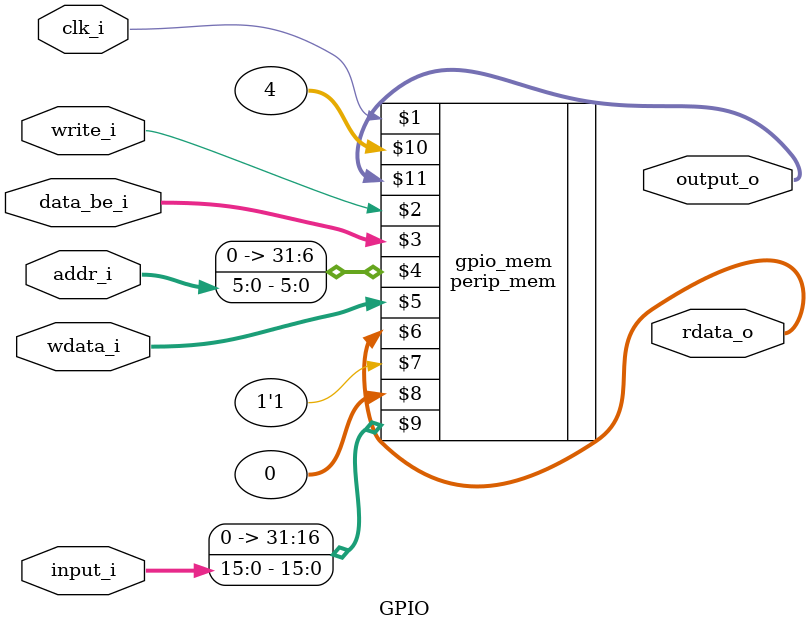
<source format=v>
module GPIO(
    input clk_i,
    input write_i,
    input [3:0] data_be_i,
    input [5:0] addr_i,
    input [31:0] wdata_i,
    output [31:0] rdata_o,

    input [15:0] input_i,
    output [15:0] output_o
);
    perip_mem #(2, 2'b10) gpio_mem(
        clk_i,
        
        write_i,
        data_be_i,
        {26'b0, addr_i},
        wdata_i,
        rdata_o,
        
        1'b1,
        32'b0,
        {16'h0000, input_i},
        32'h4,
        output_o
    );
endmodule
</source>
